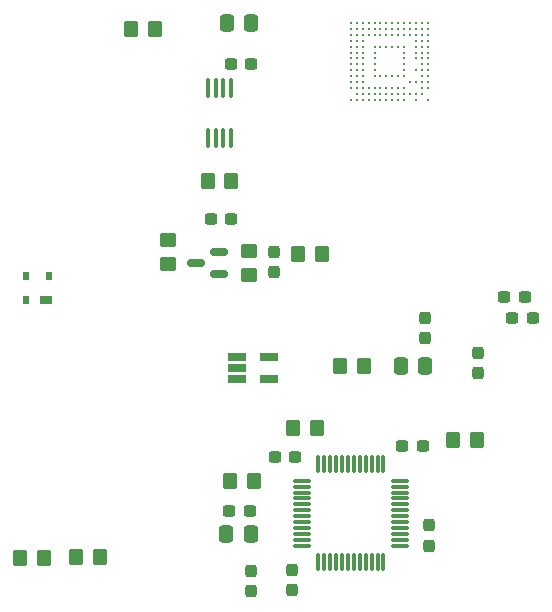
<source format=gbr>
%TF.GenerationSoftware,KiCad,Pcbnew,7.0.5*%
%TF.CreationDate,2023-07-09T17:38:26+09:00*%
%TF.ProjectId,sdcdmuxemmc,73646364-6d75-4786-956d-6d632e6b6963,rev?*%
%TF.SameCoordinates,Original*%
%TF.FileFunction,Paste,Bot*%
%TF.FilePolarity,Positive*%
%FSLAX46Y46*%
G04 Gerber Fmt 4.6, Leading zero omitted, Abs format (unit mm)*
G04 Created by KiCad (PCBNEW 7.0.5) date 2023-07-09 17:38:26*
%MOMM*%
%LPD*%
G01*
G04 APERTURE LIST*
G04 Aperture macros list*
%AMRoundRect*
0 Rectangle with rounded corners*
0 $1 Rounding radius*
0 $2 $3 $4 $5 $6 $7 $8 $9 X,Y pos of 4 corners*
0 Add a 4 corners polygon primitive as box body*
4,1,4,$2,$3,$4,$5,$6,$7,$8,$9,$2,$3,0*
0 Add four circle primitives for the rounded corners*
1,1,$1+$1,$2,$3*
1,1,$1+$1,$4,$5*
1,1,$1+$1,$6,$7*
1,1,$1+$1,$8,$9*
0 Add four rect primitives between the rounded corners*
20,1,$1+$1,$2,$3,$4,$5,0*
20,1,$1+$1,$4,$5,$6,$7,0*
20,1,$1+$1,$6,$7,$8,$9,0*
20,1,$1+$1,$8,$9,$2,$3,0*%
G04 Aperture macros list end*
%ADD10RoundRect,0.250000X0.337500X0.475000X-0.337500X0.475000X-0.337500X-0.475000X0.337500X-0.475000X0*%
%ADD11RoundRect,0.250000X-0.350000X-0.450000X0.350000X-0.450000X0.350000X0.450000X-0.350000X0.450000X0*%
%ADD12RoundRect,0.250000X0.350000X0.450000X-0.350000X0.450000X-0.350000X-0.450000X0.350000X-0.450000X0*%
%ADD13RoundRect,0.237500X0.237500X-0.300000X0.237500X0.300000X-0.237500X0.300000X-0.237500X-0.300000X0*%
%ADD14RoundRect,0.150000X0.587500X0.150000X-0.587500X0.150000X-0.587500X-0.150000X0.587500X-0.150000X0*%
%ADD15RoundRect,0.237500X-0.300000X-0.237500X0.300000X-0.237500X0.300000X0.237500X-0.300000X0.237500X0*%
%ADD16RoundRect,0.250000X-0.450000X0.350000X-0.450000X-0.350000X0.450000X-0.350000X0.450000X0.350000X0*%
%ADD17RoundRect,0.237500X-0.237500X0.300000X-0.237500X-0.300000X0.237500X-0.300000X0.237500X0.300000X0*%
%ADD18R,1.560000X0.650000*%
%ADD19RoundRect,0.237500X0.300000X0.237500X-0.300000X0.237500X-0.300000X-0.237500X0.300000X-0.237500X0*%
%ADD20R,1.000000X0.700000*%
%ADD21R,0.600000X0.700000*%
%ADD22RoundRect,0.075000X-0.075000X0.662500X-0.075000X-0.662500X0.075000X-0.662500X0.075000X0.662500X0*%
%ADD23RoundRect,0.075000X-0.662500X0.075000X-0.662500X-0.075000X0.662500X-0.075000X0.662500X0.075000X0*%
%ADD24C,0.254000*%
%ADD25RoundRect,0.250000X0.450000X-0.350000X0.450000X0.350000X-0.450000X0.350000X-0.450000X-0.350000X0*%
%ADD26RoundRect,0.100000X0.100000X-0.712500X0.100000X0.712500X-0.100000X0.712500X-0.100000X-0.712500X0*%
G04 APERTURE END LIST*
D10*
%TO.C,C401*%
X197287500Y-103250000D03*
X195212500Y-103250000D03*
%TD*%
D11*
%TO.C,R503*%
X180760000Y-112950000D03*
X182760000Y-112950000D03*
%TD*%
D12*
%TO.C,R403*%
X201640000Y-109500000D03*
X199640000Y-109500000D03*
%TD*%
D13*
%TO.C,C506*%
X197610000Y-118462500D03*
X197610000Y-116737500D03*
%TD*%
D14*
%TO.C,Q301*%
X179787500Y-93570000D03*
X179787500Y-95470000D03*
X177912500Y-94520000D03*
%TD*%
D11*
%TO.C,R402*%
X190090000Y-103210000D03*
X192090000Y-103210000D03*
%TD*%
D15*
%TO.C,C508*%
X184557500Y-110920000D03*
X186282500Y-110920000D03*
%TD*%
D10*
%TO.C,C306*%
X182547500Y-74220000D03*
X180472500Y-74220000D03*
%TD*%
D16*
%TO.C,R302*%
X182340000Y-93520000D03*
X182340000Y-95520000D03*
%TD*%
D15*
%TO.C,C507*%
X195337500Y-109980000D03*
X197062500Y-109980000D03*
%TD*%
D17*
%TO.C,C301*%
X184490000Y-93547500D03*
X184490000Y-95272500D03*
%TD*%
D12*
%TO.C,R301*%
X188510000Y-93720000D03*
X186510000Y-93720000D03*
%TD*%
%TO.C,R303*%
X180870000Y-87550000D03*
X178870000Y-87550000D03*
%TD*%
D13*
%TO.C,C405*%
X197250000Y-100862500D03*
X197250000Y-99137500D03*
%TD*%
D18*
%TO.C,U503*%
X181350000Y-104360000D03*
X181350000Y-103410000D03*
X181350000Y-102460000D03*
X184050000Y-102460000D03*
X184050000Y-104360000D03*
%TD*%
D19*
%TO.C,C510*%
X182422500Y-115520000D03*
X180697500Y-115520000D03*
%TD*%
D17*
%TO.C,C501*%
X182520000Y-120567500D03*
X182520000Y-122292500D03*
%TD*%
D19*
%TO.C,C603*%
X206372500Y-99160000D03*
X204647500Y-99160000D03*
%TD*%
%TO.C,C303*%
X180882500Y-90750000D03*
X179157500Y-90750000D03*
%TD*%
D20*
%TO.C,D101*%
X165200000Y-97650000D03*
D21*
X163500000Y-97650000D03*
X163500000Y-95650000D03*
X165400000Y-95650000D03*
%TD*%
D22*
%TO.C,U502*%
X188250000Y-111537500D03*
X188750000Y-111537500D03*
X189250000Y-111537500D03*
X189750000Y-111537500D03*
X190250000Y-111537500D03*
X190750000Y-111537500D03*
X191250000Y-111537500D03*
X191750000Y-111537500D03*
X192250000Y-111537500D03*
X192750000Y-111537500D03*
X193250000Y-111537500D03*
X193750000Y-111537500D03*
D23*
X195162500Y-112950000D03*
X195162500Y-113450000D03*
X195162500Y-113950000D03*
X195162500Y-114450000D03*
X195162500Y-114950000D03*
X195162500Y-115450000D03*
X195162500Y-115950000D03*
X195162500Y-116450000D03*
X195162500Y-116950000D03*
X195162500Y-117450000D03*
X195162500Y-117950000D03*
X195162500Y-118450000D03*
D22*
X193750000Y-119862500D03*
X193250000Y-119862500D03*
X192750000Y-119862500D03*
X192250000Y-119862500D03*
X191750000Y-119862500D03*
X191250000Y-119862500D03*
X190750000Y-119862500D03*
X190250000Y-119862500D03*
X189750000Y-119862500D03*
X189250000Y-119862500D03*
X188750000Y-119862500D03*
X188250000Y-119862500D03*
D23*
X186837500Y-118450000D03*
X186837500Y-117950000D03*
X186837500Y-117450000D03*
X186837500Y-116950000D03*
X186837500Y-116450000D03*
X186837500Y-115950000D03*
X186837500Y-115450000D03*
X186837500Y-114950000D03*
X186837500Y-114450000D03*
X186837500Y-113950000D03*
X186837500Y-113450000D03*
X186837500Y-112950000D03*
%TD*%
D12*
%TO.C,R501*%
X188130000Y-108480000D03*
X186130000Y-108480000D03*
%TD*%
D11*
%TO.C,R202*%
X163000000Y-119500000D03*
X165000000Y-119500000D03*
%TD*%
D19*
%TO.C,C305*%
X182562500Y-77630000D03*
X180837500Y-77630000D03*
%TD*%
D17*
%TO.C,C407*%
X201750000Y-102137500D03*
X201750000Y-103862500D03*
%TD*%
D12*
%TO.C,R204*%
X174380000Y-74700000D03*
X172380000Y-74700000D03*
%TD*%
%TO.C,R201*%
X169720000Y-119420000D03*
X167720000Y-119420000D03*
%TD*%
D24*
%TO.C,U604*%
X197500000Y-80700000D03*
X197500000Y-79700000D03*
X197500000Y-79200000D03*
X197500000Y-78700000D03*
X197500000Y-78200000D03*
X197500000Y-77700000D03*
X197500000Y-77200000D03*
X197500000Y-76700000D03*
X197500000Y-76200000D03*
X197500000Y-75700000D03*
X197500000Y-75200000D03*
X197500000Y-74700000D03*
X197500000Y-74200000D03*
X197000000Y-80200000D03*
X197000000Y-79700000D03*
X197000000Y-79200000D03*
X197000000Y-78700000D03*
X197000000Y-78200000D03*
X197000000Y-77700000D03*
X197000000Y-77200000D03*
X197000000Y-76700000D03*
X197000000Y-76200000D03*
X197000000Y-75700000D03*
X197000000Y-75200000D03*
X197000000Y-74700000D03*
X197000000Y-74200000D03*
X196500000Y-80700000D03*
X196500000Y-80200000D03*
X196500000Y-79200000D03*
X196500000Y-78200000D03*
X196500000Y-77200000D03*
X196500000Y-76700000D03*
X196500000Y-76200000D03*
X196500000Y-75700000D03*
X196500000Y-75200000D03*
X196500000Y-74700000D03*
X196500000Y-74200000D03*
X196000000Y-80200000D03*
X196000000Y-79200000D03*
X196000000Y-75200000D03*
X196000000Y-74700000D03*
X196000000Y-74200000D03*
X195500000Y-80700000D03*
X195500000Y-80200000D03*
X195500000Y-79700000D03*
X195500000Y-78700000D03*
X195500000Y-78200000D03*
X195500000Y-77700000D03*
X195500000Y-77200000D03*
X195500000Y-76700000D03*
X195500000Y-76200000D03*
X195500000Y-75200000D03*
X195500000Y-74700000D03*
X195500000Y-74200000D03*
X195000000Y-80700000D03*
X195000000Y-80200000D03*
X195000000Y-79700000D03*
X195000000Y-78700000D03*
X195000000Y-76200000D03*
X195000000Y-75200000D03*
X195000000Y-74700000D03*
X195000000Y-74200000D03*
X194500000Y-80700000D03*
X194500000Y-80200000D03*
X194500000Y-79700000D03*
X194500000Y-78700000D03*
X194500000Y-76200000D03*
X194500000Y-75200000D03*
X194500000Y-74700000D03*
X194500000Y-74200000D03*
X194000000Y-80700000D03*
X194000000Y-80200000D03*
X194000000Y-79700000D03*
X194000000Y-78700000D03*
X194000000Y-76200000D03*
X194000000Y-75200000D03*
X194000000Y-74700000D03*
X194000000Y-74200000D03*
X193500000Y-80700000D03*
X193500000Y-80200000D03*
X193500000Y-79700000D03*
X193500000Y-78700000D03*
X193500000Y-76200000D03*
X193500000Y-75200000D03*
X193500000Y-74700000D03*
X193500000Y-74200000D03*
X193000000Y-80700000D03*
X193000000Y-80200000D03*
X193000000Y-79700000D03*
X193000000Y-78700000D03*
X193000000Y-78200000D03*
X193000000Y-77700000D03*
X193000000Y-77200000D03*
X193000000Y-76700000D03*
X193000000Y-76200000D03*
X193000000Y-75200000D03*
X193000000Y-74700000D03*
X193000000Y-74200000D03*
X192500000Y-80700000D03*
X192500000Y-80200000D03*
X192500000Y-79700000D03*
X192500000Y-75200000D03*
X192500000Y-74700000D03*
X192500000Y-74200000D03*
X192000000Y-80700000D03*
X192000000Y-80200000D03*
X192000000Y-79700000D03*
X192000000Y-79200000D03*
X192000000Y-78700000D03*
X192000000Y-78200000D03*
X192000000Y-77700000D03*
X192000000Y-77200000D03*
X192000000Y-76700000D03*
X192000000Y-76200000D03*
X192000000Y-75700000D03*
X192000000Y-75200000D03*
X192000000Y-74700000D03*
X192000000Y-74200000D03*
X191500000Y-80700000D03*
X191500000Y-80200000D03*
X191500000Y-79700000D03*
X191500000Y-79200000D03*
X191500000Y-78700000D03*
X191500000Y-78200000D03*
X191500000Y-77700000D03*
X191500000Y-77200000D03*
X191500000Y-76700000D03*
X191500000Y-76200000D03*
X191500000Y-75700000D03*
X191500000Y-75200000D03*
X191500000Y-74700000D03*
X191500000Y-74200000D03*
X191000000Y-80700000D03*
X191000000Y-79700000D03*
X191000000Y-79200000D03*
X191000000Y-78700000D03*
X191000000Y-78200000D03*
X191000000Y-77700000D03*
X191000000Y-77200000D03*
X191000000Y-76700000D03*
X191000000Y-76200000D03*
X191000000Y-75700000D03*
X191000000Y-75200000D03*
X191000000Y-74700000D03*
X191000000Y-74200000D03*
%TD*%
D25*
%TO.C,R304*%
X175510000Y-94570000D03*
X175510000Y-92570000D03*
%TD*%
D17*
%TO.C,C503*%
X186020000Y-120487500D03*
X186020000Y-122212500D03*
%TD*%
D10*
%TO.C,C513*%
X182527500Y-117470000D03*
X180452500Y-117470000D03*
%TD*%
D19*
%TO.C,C602*%
X205713500Y-97409000D03*
X203988500Y-97409000D03*
%TD*%
D26*
%TO.C,Q302*%
X180845000Y-83932500D03*
X180195000Y-83932500D03*
X179545000Y-83932500D03*
X178895000Y-83932500D03*
X178895000Y-79707500D03*
X179545000Y-79707500D03*
X180195000Y-79707500D03*
X180845000Y-79707500D03*
%TD*%
M02*

</source>
